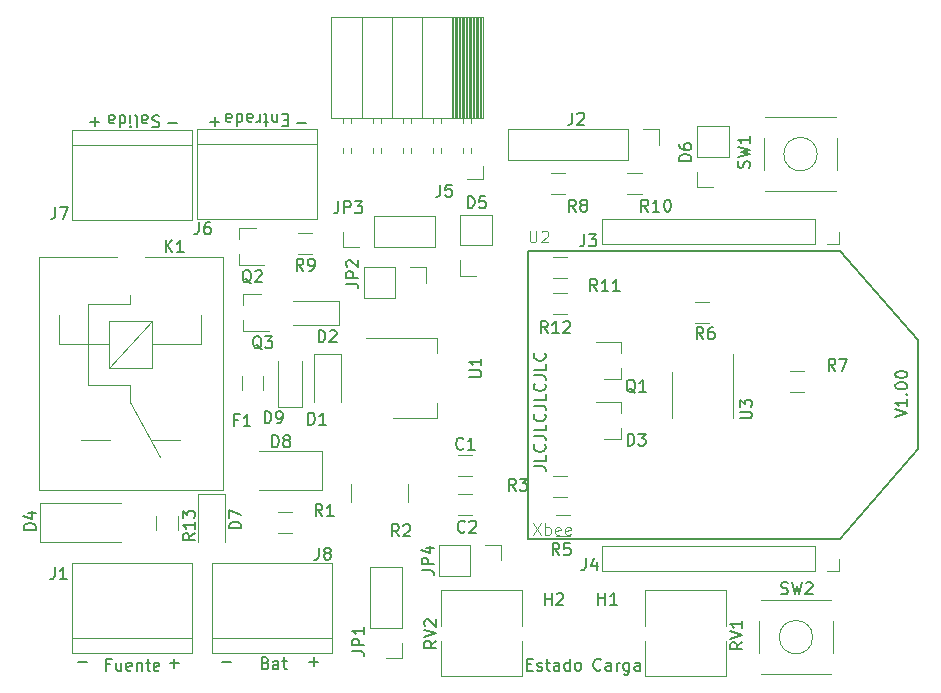
<source format=gto>
G04 #@! TF.GenerationSoftware,KiCad,Pcbnew,5.1.4-e60b266~84~ubuntu18.04.1*
G04 #@! TF.CreationDate,2019-11-01T15:12:37-03:00*
G04 #@! TF.ProjectId,Xbee,58626565-2e6b-4696-9361-645f70636258,rev?*
G04 #@! TF.SameCoordinates,Original*
G04 #@! TF.FileFunction,Legend,Top*
G04 #@! TF.FilePolarity,Positive*
%FSLAX46Y46*%
G04 Gerber Fmt 4.6, Leading zero omitted, Abs format (unit mm)*
G04 Created by KiCad (PCBNEW 5.1.4-e60b266~84~ubuntu18.04.1) date 2019-11-01 15:12:37*
%MOMM*%
%LPD*%
G04 APERTURE LIST*
%ADD10C,0.150000*%
%ADD11C,0.200000*%
%ADD12C,0.120000*%
%ADD13C,0.050000*%
G04 APERTURE END LIST*
D10*
X156678380Y-57118000D02*
X157678380Y-56784666D01*
X156678380Y-56451333D01*
X157678380Y-55594190D02*
X157678380Y-56165619D01*
X157678380Y-55879904D02*
X156678380Y-55879904D01*
X156821238Y-55975142D01*
X156916476Y-56070380D01*
X156964095Y-56165619D01*
X157583142Y-55165619D02*
X157630761Y-55118000D01*
X157678380Y-55165619D01*
X157630761Y-55213238D01*
X157583142Y-55165619D01*
X157678380Y-55165619D01*
X156678380Y-54498952D02*
X156678380Y-54403714D01*
X156726000Y-54308476D01*
X156773619Y-54260857D01*
X156868857Y-54213238D01*
X157059333Y-54165619D01*
X157297428Y-54165619D01*
X157487904Y-54213238D01*
X157583142Y-54260857D01*
X157630761Y-54308476D01*
X157678380Y-54403714D01*
X157678380Y-54498952D01*
X157630761Y-54594190D01*
X157583142Y-54641809D01*
X157487904Y-54689428D01*
X157297428Y-54737047D01*
X157059333Y-54737047D01*
X156868857Y-54689428D01*
X156773619Y-54641809D01*
X156726000Y-54594190D01*
X156678380Y-54498952D01*
X156678380Y-53546571D02*
X156678380Y-53451333D01*
X156726000Y-53356095D01*
X156773619Y-53308476D01*
X156868857Y-53260857D01*
X157059333Y-53213238D01*
X157297428Y-53213238D01*
X157487904Y-53260857D01*
X157583142Y-53308476D01*
X157630761Y-53356095D01*
X157678380Y-53451333D01*
X157678380Y-53546571D01*
X157630761Y-53641809D01*
X157583142Y-53689428D01*
X157487904Y-53737047D01*
X157297428Y-53784666D01*
X157059333Y-53784666D01*
X156868857Y-53737047D01*
X156773619Y-53689428D01*
X156726000Y-53641809D01*
X156678380Y-53546571D01*
X126071380Y-61261047D02*
X126785666Y-61261047D01*
X126928523Y-61308666D01*
X127023761Y-61403904D01*
X127071380Y-61546761D01*
X127071380Y-61642000D01*
X127071380Y-60308666D02*
X127071380Y-60784857D01*
X126071380Y-60784857D01*
X126976142Y-59403904D02*
X127023761Y-59451523D01*
X127071380Y-59594380D01*
X127071380Y-59689619D01*
X127023761Y-59832476D01*
X126928523Y-59927714D01*
X126833285Y-59975333D01*
X126642809Y-60022952D01*
X126499952Y-60022952D01*
X126309476Y-59975333D01*
X126214238Y-59927714D01*
X126119000Y-59832476D01*
X126071380Y-59689619D01*
X126071380Y-59594380D01*
X126119000Y-59451523D01*
X126166619Y-59403904D01*
X126071380Y-58689619D02*
X126785666Y-58689619D01*
X126928523Y-58737238D01*
X127023761Y-58832476D01*
X127071380Y-58975333D01*
X127071380Y-59070571D01*
X127071380Y-57737238D02*
X127071380Y-58213428D01*
X126071380Y-58213428D01*
X126976142Y-56832476D02*
X127023761Y-56880095D01*
X127071380Y-57022952D01*
X127071380Y-57118190D01*
X127023761Y-57261047D01*
X126928523Y-57356285D01*
X126833285Y-57403904D01*
X126642809Y-57451523D01*
X126499952Y-57451523D01*
X126309476Y-57403904D01*
X126214238Y-57356285D01*
X126119000Y-57261047D01*
X126071380Y-57118190D01*
X126071380Y-57022952D01*
X126119000Y-56880095D01*
X126166619Y-56832476D01*
X126071380Y-56118190D02*
X126785666Y-56118190D01*
X126928523Y-56165809D01*
X127023761Y-56261047D01*
X127071380Y-56403904D01*
X127071380Y-56499142D01*
X127071380Y-55165809D02*
X127071380Y-55642000D01*
X126071380Y-55642000D01*
X126976142Y-54261047D02*
X127023761Y-54308666D01*
X127071380Y-54451523D01*
X127071380Y-54546761D01*
X127023761Y-54689619D01*
X126928523Y-54784857D01*
X126833285Y-54832476D01*
X126642809Y-54880095D01*
X126499952Y-54880095D01*
X126309476Y-54832476D01*
X126214238Y-54784857D01*
X126119000Y-54689619D01*
X126071380Y-54546761D01*
X126071380Y-54451523D01*
X126119000Y-54308666D01*
X126166619Y-54261047D01*
X126071380Y-53546761D02*
X126785666Y-53546761D01*
X126928523Y-53594380D01*
X127023761Y-53689619D01*
X127071380Y-53832476D01*
X127071380Y-53927714D01*
X127071380Y-52594380D02*
X127071380Y-53070571D01*
X126071380Y-53070571D01*
X126976142Y-51689619D02*
X127023761Y-51737238D01*
X127071380Y-51880095D01*
X127071380Y-51975333D01*
X127023761Y-52118190D01*
X126928523Y-52213428D01*
X126833285Y-52261047D01*
X126642809Y-52308666D01*
X126499952Y-52308666D01*
X126309476Y-52261047D01*
X126214238Y-52213428D01*
X126119000Y-52118190D01*
X126071380Y-51975333D01*
X126071380Y-51880095D01*
X126119000Y-51737238D01*
X126166619Y-51689619D01*
X131738857Y-78462142D02*
X131691238Y-78509761D01*
X131548380Y-78557380D01*
X131453142Y-78557380D01*
X131310285Y-78509761D01*
X131215047Y-78414523D01*
X131167428Y-78319285D01*
X131119809Y-78128809D01*
X131119809Y-77985952D01*
X131167428Y-77795476D01*
X131215047Y-77700238D01*
X131310285Y-77605000D01*
X131453142Y-77557380D01*
X131548380Y-77557380D01*
X131691238Y-77605000D01*
X131738857Y-77652619D01*
X132596000Y-78557380D02*
X132596000Y-78033571D01*
X132548380Y-77938333D01*
X132453142Y-77890714D01*
X132262666Y-77890714D01*
X132167428Y-77938333D01*
X132596000Y-78509761D02*
X132500761Y-78557380D01*
X132262666Y-78557380D01*
X132167428Y-78509761D01*
X132119809Y-78414523D01*
X132119809Y-78319285D01*
X132167428Y-78224047D01*
X132262666Y-78176428D01*
X132500761Y-78176428D01*
X132596000Y-78128809D01*
X133072190Y-78557380D02*
X133072190Y-77890714D01*
X133072190Y-78081190D02*
X133119809Y-77985952D01*
X133167428Y-77938333D01*
X133262666Y-77890714D01*
X133357904Y-77890714D01*
X134119809Y-77890714D02*
X134119809Y-78700238D01*
X134072190Y-78795476D01*
X134024571Y-78843095D01*
X133929333Y-78890714D01*
X133786476Y-78890714D01*
X133691238Y-78843095D01*
X134119809Y-78509761D02*
X134024571Y-78557380D01*
X133834095Y-78557380D01*
X133738857Y-78509761D01*
X133691238Y-78462142D01*
X133643619Y-78366904D01*
X133643619Y-78081190D01*
X133691238Y-77985952D01*
X133738857Y-77938333D01*
X133834095Y-77890714D01*
X134024571Y-77890714D01*
X134119809Y-77938333D01*
X135024571Y-78557380D02*
X135024571Y-78033571D01*
X134976952Y-77938333D01*
X134881714Y-77890714D01*
X134691238Y-77890714D01*
X134596000Y-77938333D01*
X135024571Y-78509761D02*
X134929333Y-78557380D01*
X134691238Y-78557380D01*
X134596000Y-78509761D01*
X134548380Y-78414523D01*
X134548380Y-78319285D01*
X134596000Y-78224047D01*
X134691238Y-78176428D01*
X134929333Y-78176428D01*
X135024571Y-78128809D01*
X125500095Y-78033571D02*
X125833428Y-78033571D01*
X125976285Y-78557380D02*
X125500095Y-78557380D01*
X125500095Y-77557380D01*
X125976285Y-77557380D01*
X126357238Y-78509761D02*
X126452476Y-78557380D01*
X126642952Y-78557380D01*
X126738190Y-78509761D01*
X126785809Y-78414523D01*
X126785809Y-78366904D01*
X126738190Y-78271666D01*
X126642952Y-78224047D01*
X126500095Y-78224047D01*
X126404857Y-78176428D01*
X126357238Y-78081190D01*
X126357238Y-78033571D01*
X126404857Y-77938333D01*
X126500095Y-77890714D01*
X126642952Y-77890714D01*
X126738190Y-77938333D01*
X127071523Y-77890714D02*
X127452476Y-77890714D01*
X127214380Y-77557380D02*
X127214380Y-78414523D01*
X127262000Y-78509761D01*
X127357238Y-78557380D01*
X127452476Y-78557380D01*
X128214380Y-78557380D02*
X128214380Y-78033571D01*
X128166761Y-77938333D01*
X128071523Y-77890714D01*
X127881047Y-77890714D01*
X127785809Y-77938333D01*
X128214380Y-78509761D02*
X128119142Y-78557380D01*
X127881047Y-78557380D01*
X127785809Y-78509761D01*
X127738190Y-78414523D01*
X127738190Y-78319285D01*
X127785809Y-78224047D01*
X127881047Y-78176428D01*
X128119142Y-78176428D01*
X128214380Y-78128809D01*
X129119142Y-78557380D02*
X129119142Y-77557380D01*
X129119142Y-78509761D02*
X129023904Y-78557380D01*
X128833428Y-78557380D01*
X128738190Y-78509761D01*
X128690571Y-78462142D01*
X128642952Y-78366904D01*
X128642952Y-78081190D01*
X128690571Y-77985952D01*
X128738190Y-77938333D01*
X128833428Y-77890714D01*
X129023904Y-77890714D01*
X129119142Y-77938333D01*
X129738190Y-78557380D02*
X129642952Y-78509761D01*
X129595333Y-78462142D01*
X129547714Y-78366904D01*
X129547714Y-78081190D01*
X129595333Y-77985952D01*
X129642952Y-77938333D01*
X129738190Y-77890714D01*
X129881047Y-77890714D01*
X129976285Y-77938333D01*
X130023904Y-77985952D01*
X130071523Y-78081190D01*
X130071523Y-78366904D01*
X130023904Y-78462142D01*
X129976285Y-78509761D01*
X129881047Y-78557380D01*
X129738190Y-78557380D01*
X98679047Y-32075428D02*
X99440952Y-32075428D01*
X99060000Y-32456380D02*
X99060000Y-31694476D01*
X88519047Y-32075428D02*
X89280952Y-32075428D01*
X88900000Y-32456380D02*
X88900000Y-31694476D01*
X106045047Y-32202428D02*
X106806952Y-32202428D01*
X95123047Y-32202428D02*
X95884952Y-32202428D01*
X105235047Y-31948428D02*
X104901714Y-31948428D01*
X104758857Y-31424619D02*
X105235047Y-31424619D01*
X105235047Y-32424619D01*
X104758857Y-32424619D01*
X104330285Y-32091285D02*
X104330285Y-31424619D01*
X104330285Y-31996047D02*
X104282666Y-32043666D01*
X104187428Y-32091285D01*
X104044571Y-32091285D01*
X103949333Y-32043666D01*
X103901714Y-31948428D01*
X103901714Y-31424619D01*
X103568380Y-32091285D02*
X103187428Y-32091285D01*
X103425523Y-32424619D02*
X103425523Y-31567476D01*
X103377904Y-31472238D01*
X103282666Y-31424619D01*
X103187428Y-31424619D01*
X102854095Y-31424619D02*
X102854095Y-32091285D01*
X102854095Y-31900809D02*
X102806476Y-31996047D01*
X102758857Y-32043666D01*
X102663619Y-32091285D01*
X102568380Y-32091285D01*
X101806476Y-31424619D02*
X101806476Y-31948428D01*
X101854095Y-32043666D01*
X101949333Y-32091285D01*
X102139809Y-32091285D01*
X102235047Y-32043666D01*
X101806476Y-31472238D02*
X101901714Y-31424619D01*
X102139809Y-31424619D01*
X102235047Y-31472238D01*
X102282666Y-31567476D01*
X102282666Y-31662714D01*
X102235047Y-31757952D01*
X102139809Y-31805571D01*
X101901714Y-31805571D01*
X101806476Y-31853190D01*
X100901714Y-31424619D02*
X100901714Y-32424619D01*
X100901714Y-31472238D02*
X100996952Y-31424619D01*
X101187428Y-31424619D01*
X101282666Y-31472238D01*
X101330285Y-31519857D01*
X101377904Y-31615095D01*
X101377904Y-31900809D01*
X101330285Y-31996047D01*
X101282666Y-32043666D01*
X101187428Y-32091285D01*
X100996952Y-32091285D01*
X100901714Y-32043666D01*
X99996952Y-31424619D02*
X99996952Y-31948428D01*
X100044571Y-32043666D01*
X100139809Y-32091285D01*
X100330285Y-32091285D01*
X100425523Y-32043666D01*
X99996952Y-31472238D02*
X100092190Y-31424619D01*
X100330285Y-31424619D01*
X100425523Y-31472238D01*
X100473142Y-31567476D01*
X100473142Y-31662714D01*
X100425523Y-31757952D01*
X100330285Y-31805571D01*
X100092190Y-31805571D01*
X99996952Y-31853190D01*
X94344857Y-31599238D02*
X94202000Y-31551619D01*
X93963904Y-31551619D01*
X93868666Y-31599238D01*
X93821047Y-31646857D01*
X93773428Y-31742095D01*
X93773428Y-31837333D01*
X93821047Y-31932571D01*
X93868666Y-31980190D01*
X93963904Y-32027809D01*
X94154380Y-32075428D01*
X94249619Y-32123047D01*
X94297238Y-32170666D01*
X94344857Y-32265904D01*
X94344857Y-32361142D01*
X94297238Y-32456380D01*
X94249619Y-32504000D01*
X94154380Y-32551619D01*
X93916285Y-32551619D01*
X93773428Y-32504000D01*
X92916285Y-31551619D02*
X92916285Y-32075428D01*
X92963904Y-32170666D01*
X93059142Y-32218285D01*
X93249619Y-32218285D01*
X93344857Y-32170666D01*
X92916285Y-31599238D02*
X93011523Y-31551619D01*
X93249619Y-31551619D01*
X93344857Y-31599238D01*
X93392476Y-31694476D01*
X93392476Y-31789714D01*
X93344857Y-31884952D01*
X93249619Y-31932571D01*
X93011523Y-31932571D01*
X92916285Y-31980190D01*
X92297238Y-31551619D02*
X92392476Y-31599238D01*
X92440095Y-31694476D01*
X92440095Y-32551619D01*
X91916285Y-31551619D02*
X91916285Y-32218285D01*
X91916285Y-32551619D02*
X91963904Y-32504000D01*
X91916285Y-32456380D01*
X91868666Y-32504000D01*
X91916285Y-32551619D01*
X91916285Y-32456380D01*
X91011523Y-31551619D02*
X91011523Y-32551619D01*
X91011523Y-31599238D02*
X91106761Y-31551619D01*
X91297238Y-31551619D01*
X91392476Y-31599238D01*
X91440095Y-31646857D01*
X91487714Y-31742095D01*
X91487714Y-32027809D01*
X91440095Y-32123047D01*
X91392476Y-32170666D01*
X91297238Y-32218285D01*
X91106761Y-32218285D01*
X91011523Y-32170666D01*
X90106761Y-31551619D02*
X90106761Y-32075428D01*
X90154380Y-32170666D01*
X90249619Y-32218285D01*
X90440095Y-32218285D01*
X90535333Y-32170666D01*
X90106761Y-31599238D02*
X90202000Y-31551619D01*
X90440095Y-31551619D01*
X90535333Y-31599238D01*
X90582952Y-31694476D01*
X90582952Y-31789714D01*
X90535333Y-31884952D01*
X90440095Y-31932571D01*
X90202000Y-31932571D01*
X90106761Y-31980190D01*
X95250047Y-77922428D02*
X96011952Y-77922428D01*
X95631000Y-78303380D02*
X95631000Y-77541476D01*
X87503047Y-77795428D02*
X88264952Y-77795428D01*
X90170238Y-78033571D02*
X89836904Y-78033571D01*
X89836904Y-78557380D02*
X89836904Y-77557380D01*
X90313095Y-77557380D01*
X91122619Y-77890714D02*
X91122619Y-78557380D01*
X90694047Y-77890714D02*
X90694047Y-78414523D01*
X90741666Y-78509761D01*
X90836904Y-78557380D01*
X90979761Y-78557380D01*
X91075000Y-78509761D01*
X91122619Y-78462142D01*
X91979761Y-78509761D02*
X91884523Y-78557380D01*
X91694047Y-78557380D01*
X91598809Y-78509761D01*
X91551190Y-78414523D01*
X91551190Y-78033571D01*
X91598809Y-77938333D01*
X91694047Y-77890714D01*
X91884523Y-77890714D01*
X91979761Y-77938333D01*
X92027380Y-78033571D01*
X92027380Y-78128809D01*
X91551190Y-78224047D01*
X92455952Y-77890714D02*
X92455952Y-78557380D01*
X92455952Y-77985952D02*
X92503571Y-77938333D01*
X92598809Y-77890714D01*
X92741666Y-77890714D01*
X92836904Y-77938333D01*
X92884523Y-78033571D01*
X92884523Y-78557380D01*
X93217857Y-77890714D02*
X93598809Y-77890714D01*
X93360714Y-77557380D02*
X93360714Y-78414523D01*
X93408333Y-78509761D01*
X93503571Y-78557380D01*
X93598809Y-78557380D01*
X94313095Y-78509761D02*
X94217857Y-78557380D01*
X94027380Y-78557380D01*
X93932142Y-78509761D01*
X93884523Y-78414523D01*
X93884523Y-78033571D01*
X93932142Y-77938333D01*
X94027380Y-77890714D01*
X94217857Y-77890714D01*
X94313095Y-77938333D01*
X94360714Y-78033571D01*
X94360714Y-78128809D01*
X93884523Y-78224047D01*
X99695047Y-77795428D02*
X100456952Y-77795428D01*
X107061047Y-77795428D02*
X107822952Y-77795428D01*
X107442000Y-78176380D02*
X107442000Y-77414476D01*
X103346333Y-77906571D02*
X103489190Y-77954190D01*
X103536809Y-78001809D01*
X103584428Y-78097047D01*
X103584428Y-78239904D01*
X103536809Y-78335142D01*
X103489190Y-78382761D01*
X103393952Y-78430380D01*
X103013000Y-78430380D01*
X103013000Y-77430380D01*
X103346333Y-77430380D01*
X103441571Y-77478000D01*
X103489190Y-77525619D01*
X103536809Y-77620857D01*
X103536809Y-77716095D01*
X103489190Y-77811333D01*
X103441571Y-77858952D01*
X103346333Y-77906571D01*
X103013000Y-77906571D01*
X104441571Y-78430380D02*
X104441571Y-77906571D01*
X104393952Y-77811333D01*
X104298714Y-77763714D01*
X104108238Y-77763714D01*
X104013000Y-77811333D01*
X104441571Y-78382761D02*
X104346333Y-78430380D01*
X104108238Y-78430380D01*
X104013000Y-78382761D01*
X103965380Y-78287523D01*
X103965380Y-78192285D01*
X104013000Y-78097047D01*
X104108238Y-78049428D01*
X104346333Y-78049428D01*
X104441571Y-78001809D01*
X104774904Y-77763714D02*
X105155857Y-77763714D01*
X104917761Y-77430380D02*
X104917761Y-78287523D01*
X104965380Y-78382761D01*
X105060619Y-78430380D01*
X105155857Y-78430380D01*
D11*
X158556640Y-50590720D02*
X158556640Y-59790720D01*
X152026640Y-67380720D02*
X125616640Y-67380720D01*
X125616640Y-67380720D02*
X125616640Y-43000720D01*
X125616640Y-43000720D02*
X152026640Y-43000720D01*
X152026640Y-43000720D02*
X158556640Y-50590720D01*
X152026640Y-67380720D02*
X158556640Y-59790720D01*
D12*
X97169000Y-75815000D02*
X87009000Y-75815000D01*
X97169000Y-77085000D02*
X97169000Y-69465000D01*
X97169000Y-69465000D02*
X87009000Y-69465000D01*
X87009000Y-69465000D02*
X87009000Y-77085000D01*
X87009000Y-77085000D02*
X97169000Y-77085000D01*
X142358000Y-78998000D02*
X135518000Y-78998000D01*
X142358000Y-71758000D02*
X135518000Y-71758000D01*
X135518000Y-76088000D02*
X135518000Y-78998000D01*
X135518000Y-71758000D02*
X135518000Y-74788000D01*
X142358000Y-76088000D02*
X142358000Y-78998000D01*
X142358000Y-71758000D02*
X142358000Y-74788000D01*
X121726000Y-35814000D02*
X121726000Y-36924000D01*
X121726000Y-36924000D02*
X120396000Y-36924000D01*
X121726000Y-23184000D02*
X108906000Y-23184000D01*
X108906000Y-23184000D02*
X108906000Y-31814000D01*
X121726000Y-31814000D02*
X108906000Y-31814000D01*
X121726000Y-23184000D02*
X121726000Y-31814000D01*
X111506000Y-23184000D02*
X111506000Y-31814000D01*
X114046000Y-23184000D02*
X114046000Y-31814000D01*
X116586000Y-23184000D02*
X116586000Y-31814000D01*
X119126000Y-23184000D02*
X119126000Y-31814000D01*
X109876000Y-34324000D02*
X109876000Y-34764000D01*
X109876000Y-31814000D02*
X109876000Y-32224000D01*
X110596000Y-34324000D02*
X110596000Y-34764000D01*
X110596000Y-31814000D02*
X110596000Y-32224000D01*
X112416000Y-34324000D02*
X112416000Y-34764000D01*
X112416000Y-31814000D02*
X112416000Y-32224000D01*
X113136000Y-34324000D02*
X113136000Y-34764000D01*
X113136000Y-31814000D02*
X113136000Y-32224000D01*
X114956000Y-34324000D02*
X114956000Y-34764000D01*
X114956000Y-31814000D02*
X114956000Y-32224000D01*
X115676000Y-34324000D02*
X115676000Y-34764000D01*
X115676000Y-31814000D02*
X115676000Y-32224000D01*
X117496000Y-34324000D02*
X117496000Y-34764000D01*
X117496000Y-31814000D02*
X117496000Y-32224000D01*
X118216000Y-34324000D02*
X118216000Y-34764000D01*
X118216000Y-31814000D02*
X118216000Y-32224000D01*
X120036000Y-34324000D02*
X120036000Y-34704000D01*
X120036000Y-31814000D02*
X120036000Y-32224000D01*
X120756000Y-34324000D02*
X120756000Y-34704000D01*
X120756000Y-31814000D02*
X120756000Y-32224000D01*
X119244100Y-23184000D02*
X119244100Y-31814000D01*
X119362195Y-23184000D02*
X119362195Y-31814000D01*
X119480290Y-23184000D02*
X119480290Y-31814000D01*
X119598385Y-23184000D02*
X119598385Y-31814000D01*
X119716480Y-23184000D02*
X119716480Y-31814000D01*
X119834575Y-23184000D02*
X119834575Y-31814000D01*
X119952670Y-23184000D02*
X119952670Y-31814000D01*
X120070765Y-23184000D02*
X120070765Y-31814000D01*
X120188860Y-23184000D02*
X120188860Y-31814000D01*
X120306955Y-23184000D02*
X120306955Y-31814000D01*
X120425050Y-23184000D02*
X120425050Y-31814000D01*
X120543145Y-23184000D02*
X120543145Y-31814000D01*
X120661240Y-23184000D02*
X120661240Y-31814000D01*
X120779335Y-23184000D02*
X120779335Y-31814000D01*
X120897430Y-23184000D02*
X120897430Y-31814000D01*
X121015525Y-23184000D02*
X121015525Y-31814000D01*
X121133620Y-23184000D02*
X121133620Y-31814000D01*
X121251715Y-23184000D02*
X121251715Y-31814000D01*
X121369810Y-23184000D02*
X121369810Y-31814000D01*
X121487905Y-23184000D02*
X121487905Y-31814000D01*
X121606000Y-23184000D02*
X121606000Y-31814000D01*
X108175000Y-63245000D02*
X102775000Y-63245000D01*
X108175000Y-59945000D02*
X102775000Y-59945000D01*
X108175000Y-63245000D02*
X108175000Y-59945000D01*
X84246000Y-64390000D02*
X91146000Y-64390000D01*
X84246000Y-67690000D02*
X91146000Y-67690000D01*
X84246000Y-64390000D02*
X84246000Y-67690000D01*
X119666936Y-65426000D02*
X120871064Y-65426000D01*
X119666936Y-63606000D02*
X120871064Y-63606000D01*
X119666936Y-62124000D02*
X120871064Y-62124000D01*
X119666936Y-60304000D02*
X120871064Y-60304000D01*
X125086000Y-78998000D02*
X118246000Y-78998000D01*
X125086000Y-71758000D02*
X118246000Y-71758000D01*
X118246000Y-76088000D02*
X118246000Y-78998000D01*
X118246000Y-71758000D02*
X118246000Y-74788000D01*
X125086000Y-76088000D02*
X125086000Y-78998000D01*
X125086000Y-71758000D02*
X125086000Y-74788000D01*
X94086000Y-65437936D02*
X94086000Y-66642064D01*
X95906000Y-65437936D02*
X95906000Y-66642064D01*
X128872064Y-46588000D02*
X127667936Y-46588000D01*
X128872064Y-48408000D02*
X127667936Y-48408000D01*
X128872064Y-43540000D02*
X127667936Y-43540000D01*
X128872064Y-45360000D02*
X127667936Y-45360000D01*
X105594564Y-65130000D02*
X104390436Y-65130000D01*
X105594564Y-66950000D02*
X104390436Y-66950000D01*
X97671000Y-63580000D02*
X97671000Y-67640000D01*
X99941000Y-63580000D02*
X97671000Y-63580000D01*
X99941000Y-67640000D02*
X99941000Y-63580000D01*
X107450000Y-51732500D02*
X107450000Y-55792500D01*
X109720000Y-51732500D02*
X107450000Y-51732500D01*
X109720000Y-55792500D02*
X109720000Y-51732500D01*
X147733936Y-55012000D02*
X148938064Y-55012000D01*
X147733936Y-53192000D02*
X148938064Y-53192000D01*
X139732936Y-49170000D02*
X140937064Y-49170000D01*
X139732936Y-47350000D02*
X140937064Y-47350000D01*
X145141000Y-77068000D02*
X145141000Y-74388000D01*
X151381000Y-74388000D02*
X151381000Y-77068000D01*
X151231000Y-78848000D02*
X145291000Y-78848000D01*
X151231000Y-72608000D02*
X145291000Y-72608000D01*
X149675214Y-75728000D02*
G75*
G03X149675214Y-75728000I-1414214J0D01*
G01*
X150056214Y-34834000D02*
G75*
G03X150056214Y-34834000I-1414214J0D01*
G01*
X151612000Y-31714000D02*
X145672000Y-31714000D01*
X151612000Y-37954000D02*
X145672000Y-37954000D01*
X151762000Y-33494000D02*
X151762000Y-36174000D01*
X145522000Y-36174000D02*
X145522000Y-33494000D01*
X121158000Y-45145000D02*
X119828000Y-45145000D01*
X119828000Y-45145000D02*
X119828000Y-43815000D01*
X119828000Y-42545000D02*
X119828000Y-39945000D01*
X122488000Y-39945000D02*
X119828000Y-39945000D01*
X122488000Y-42545000D02*
X122488000Y-39945000D01*
X122488000Y-42545000D02*
X119828000Y-42545000D01*
X109565000Y-49260000D02*
X105665000Y-49260000D01*
X109565000Y-47260000D02*
X105665000Y-47260000D01*
X109565000Y-49260000D02*
X109565000Y-47260000D01*
X101325000Y-53590436D02*
X101325000Y-54794564D01*
X103145000Y-53590436D02*
X103145000Y-54794564D01*
X110620000Y-62722936D02*
X110620000Y-64277064D01*
X115440000Y-62722936D02*
X115440000Y-64277064D01*
X151934000Y-69088000D02*
X151934000Y-70148000D01*
X151934000Y-70148000D02*
X150874000Y-70148000D01*
X149874000Y-70148000D02*
X131814000Y-70148000D01*
X131814000Y-68028000D02*
X131814000Y-70148000D01*
X149874000Y-68028000D02*
X131814000Y-68028000D01*
X149874000Y-68028000D02*
X149874000Y-70148000D01*
X151936000Y-41402000D02*
X151936000Y-42462000D01*
X151936000Y-42462000D02*
X150876000Y-42462000D01*
X149876000Y-42462000D02*
X131816000Y-42462000D01*
X131816000Y-40342000D02*
X131816000Y-42462000D01*
X149876000Y-40342000D02*
X131816000Y-40342000D01*
X149876000Y-40342000D02*
X149876000Y-42462000D01*
X101475000Y-46680000D02*
X102935000Y-46680000D01*
X101475000Y-49840000D02*
X103635000Y-49840000D01*
X101475000Y-49840000D02*
X101475000Y-48910000D01*
X101475000Y-46680000D02*
X101475000Y-47610000D01*
X104410000Y-56225000D02*
X104410000Y-52325000D01*
X106410000Y-56225000D02*
X106410000Y-52325000D01*
X104410000Y-56225000D02*
X106410000Y-56225000D01*
X98809000Y-77110000D02*
X108969000Y-77110000D01*
X98809000Y-69490000D02*
X98809000Y-77110000D01*
X108969000Y-69490000D02*
X98809000Y-69490000D01*
X108969000Y-77110000D02*
X108969000Y-69490000D01*
X108969000Y-75840000D02*
X98809000Y-75840000D01*
X111894000Y-50381000D02*
X117904000Y-50381000D01*
X114144000Y-57201000D02*
X117904000Y-57201000D01*
X117904000Y-50381000D02*
X117904000Y-51641000D01*
X117904000Y-57201000D02*
X117904000Y-55941000D01*
X90098000Y-52950000D02*
X90098000Y-48950000D01*
X93698000Y-52950000D02*
X90098000Y-52950000D01*
X93698000Y-48950000D02*
X93698000Y-52950000D01*
X90098000Y-48950000D02*
X93698000Y-48950000D01*
X90098000Y-52950000D02*
X93698000Y-48950000D01*
X90098000Y-50950000D02*
X85898000Y-50950000D01*
X97898000Y-50950000D02*
X93698000Y-50950000D01*
X91898000Y-47550000D02*
X88298000Y-47550000D01*
X91898000Y-54350000D02*
X88298000Y-54350000D01*
X88298000Y-54350000D02*
X88298000Y-47550000D01*
X91898000Y-55850000D02*
X94398000Y-60450000D01*
X91898000Y-54350000D02*
X91898000Y-55850000D01*
X97898000Y-50950000D02*
X97898000Y-48450000D01*
X91898000Y-47550000D02*
X91898000Y-46750000D01*
X85898000Y-48450000D02*
X85898000Y-50950000D01*
X96148000Y-59050000D02*
X93648000Y-59050000D01*
X87748000Y-59050000D02*
X90198000Y-59050000D01*
X84148000Y-63300000D02*
X84148000Y-43500000D01*
X99748000Y-63300000D02*
X84148000Y-63300000D01*
X99748000Y-43500000D02*
X99748000Y-63300000D01*
X99748000Y-43500000D02*
X93148000Y-43500000D01*
X90748000Y-43500000D02*
X84148000Y-43500000D01*
X101094000Y-41092000D02*
X102554000Y-41092000D01*
X101094000Y-44252000D02*
X103254000Y-44252000D01*
X101094000Y-44252000D02*
X101094000Y-43322000D01*
X101094000Y-41092000D02*
X101094000Y-42022000D01*
X133475000Y-53904000D02*
X132015000Y-53904000D01*
X133475000Y-50744000D02*
X131315000Y-50744000D01*
X133475000Y-50744000D02*
X133475000Y-51674000D01*
X133475000Y-53904000D02*
X133475000Y-52974000D01*
X133475000Y-58984000D02*
X132015000Y-58984000D01*
X133475000Y-55824000D02*
X131315000Y-55824000D01*
X133475000Y-55824000D02*
X133475000Y-56754000D01*
X133475000Y-58984000D02*
X133475000Y-58054000D01*
X142895000Y-55245000D02*
X142895000Y-51795000D01*
X142895000Y-55245000D02*
X142895000Y-57195000D01*
X137775000Y-55245000D02*
X137775000Y-53295000D01*
X137775000Y-55245000D02*
X137775000Y-57195000D01*
X141224000Y-37652000D02*
X139894000Y-37652000D01*
X139894000Y-37652000D02*
X139894000Y-36322000D01*
X139894000Y-35052000D02*
X139894000Y-32452000D01*
X142554000Y-32452000D02*
X139894000Y-32452000D01*
X142554000Y-35052000D02*
X142554000Y-32452000D01*
X142554000Y-35052000D02*
X139894000Y-35052000D01*
X123847000Y-32706000D02*
X123847000Y-35366000D01*
X134067000Y-32706000D02*
X123847000Y-32706000D01*
X134067000Y-35366000D02*
X123847000Y-35366000D01*
X134067000Y-32706000D02*
X134067000Y-35366000D01*
X135337000Y-32706000D02*
X136667000Y-32706000D01*
X136667000Y-32706000D02*
X136667000Y-34036000D01*
X97535000Y-34010000D02*
X107695000Y-34010000D01*
X97535000Y-32740000D02*
X97535000Y-40360000D01*
X97535000Y-40360000D02*
X107695000Y-40360000D01*
X107695000Y-40360000D02*
X107695000Y-32740000D01*
X107695000Y-32740000D02*
X97535000Y-32740000D01*
X97155000Y-32766000D02*
X86995000Y-32766000D01*
X97155000Y-40386000D02*
X97155000Y-32766000D01*
X86995000Y-40386000D02*
X97155000Y-40386000D01*
X86995000Y-32766000D02*
X86995000Y-40386000D01*
X86995000Y-34036000D02*
X97155000Y-34036000D01*
X114868000Y-77530000D02*
X113538000Y-77530000D01*
X114868000Y-76200000D02*
X114868000Y-77530000D01*
X114868000Y-74930000D02*
X112208000Y-74930000D01*
X112208000Y-74930000D02*
X112208000Y-69790000D01*
X114868000Y-74930000D02*
X114868000Y-69790000D01*
X114868000Y-69790000D02*
X112208000Y-69790000D01*
X116900000Y-44390000D02*
X116900000Y-45720000D01*
X115570000Y-44390000D02*
X116900000Y-44390000D01*
X114300000Y-44390000D02*
X114300000Y-47050000D01*
X114300000Y-47050000D02*
X111700000Y-47050000D01*
X114300000Y-44390000D02*
X111700000Y-44390000D01*
X111700000Y-44390000D02*
X111700000Y-47050000D01*
X117662000Y-42732000D02*
X117662000Y-40072000D01*
X112522000Y-42732000D02*
X117662000Y-42732000D01*
X112522000Y-40072000D02*
X117662000Y-40072000D01*
X112522000Y-42732000D02*
X112522000Y-40072000D01*
X111252000Y-42732000D02*
X109922000Y-42732000D01*
X109922000Y-42732000D02*
X109922000Y-41402000D01*
X118050000Y-67885000D02*
X118050000Y-70545000D01*
X120650000Y-67885000D02*
X118050000Y-67885000D01*
X120650000Y-70545000D02*
X118050000Y-70545000D01*
X120650000Y-67885000D02*
X120650000Y-70545000D01*
X121920000Y-67885000D02*
X123250000Y-67885000D01*
X123250000Y-67885000D02*
X123250000Y-69215000D01*
X128872064Y-63902000D02*
X127667936Y-63902000D01*
X128872064Y-62082000D02*
X127667936Y-62082000D01*
X129126064Y-65384000D02*
X127921936Y-65384000D01*
X129126064Y-67204000D02*
X127921936Y-67204000D01*
X128745064Y-36428000D02*
X127540936Y-36428000D01*
X128745064Y-38248000D02*
X127540936Y-38248000D01*
X107318564Y-43328000D02*
X106114436Y-43328000D01*
X107318564Y-41508000D02*
X106114436Y-41508000D01*
X135185564Y-38248000D02*
X133981436Y-38248000D01*
X135185564Y-36428000D02*
X133981436Y-36428000D01*
D13*
X125718790Y-41307421D02*
X125718790Y-42117949D01*
X125766468Y-42213305D01*
X125814146Y-42260983D01*
X125909502Y-42308661D01*
X126100215Y-42308661D01*
X126195571Y-42260983D01*
X126243249Y-42213305D01*
X126290927Y-42117949D01*
X126290927Y-41307421D01*
X126720030Y-41402778D02*
X126767708Y-41355100D01*
X126863064Y-41307421D01*
X127101455Y-41307421D01*
X127196811Y-41355100D01*
X127244489Y-41402778D01*
X127292167Y-41498134D01*
X127292167Y-41593490D01*
X127244489Y-41736524D01*
X126672352Y-42308661D01*
X127292167Y-42308661D01*
X125979647Y-66072389D02*
X126647180Y-67073689D01*
X126647180Y-66072389D02*
X125979647Y-67073689D01*
X127028628Y-67073689D02*
X127028628Y-66072389D01*
X127028628Y-66453836D02*
X127123990Y-66406155D01*
X127314713Y-66406155D01*
X127410075Y-66453836D01*
X127457756Y-66501517D01*
X127505437Y-66596879D01*
X127505437Y-66882965D01*
X127457756Y-66978327D01*
X127410075Y-67026008D01*
X127314713Y-67073689D01*
X127123990Y-67073689D01*
X127028628Y-67026008D01*
X128316013Y-67026008D02*
X128220651Y-67073689D01*
X128029928Y-67073689D01*
X127934566Y-67026008D01*
X127886885Y-66930646D01*
X127886885Y-66549198D01*
X127934566Y-66453836D01*
X128029928Y-66406155D01*
X128220651Y-66406155D01*
X128316013Y-66453836D01*
X128363694Y-66549198D01*
X128363694Y-66644560D01*
X127886885Y-66739922D01*
X129174270Y-67026008D02*
X129078909Y-67073689D01*
X128888185Y-67073689D01*
X128792823Y-67026008D01*
X128745142Y-66930646D01*
X128745142Y-66549198D01*
X128792823Y-66453836D01*
X128888185Y-66406155D01*
X129078909Y-66406155D01*
X129174270Y-66453836D01*
X129221951Y-66549198D01*
X129221951Y-66644560D01*
X128745142Y-66739922D01*
D10*
X85518666Y-69810380D02*
X85518666Y-70524666D01*
X85471047Y-70667523D01*
X85375809Y-70762761D01*
X85232952Y-70810380D01*
X85137714Y-70810380D01*
X86518666Y-70810380D02*
X85947238Y-70810380D01*
X86232952Y-70810380D02*
X86232952Y-69810380D01*
X86137714Y-69953238D01*
X86042476Y-70048476D01*
X85947238Y-70096095D01*
X143708380Y-76160238D02*
X143232190Y-76493571D01*
X143708380Y-76731666D02*
X142708380Y-76731666D01*
X142708380Y-76350714D01*
X142756000Y-76255476D01*
X142803619Y-76207857D01*
X142898857Y-76160238D01*
X143041714Y-76160238D01*
X143136952Y-76207857D01*
X143184571Y-76255476D01*
X143232190Y-76350714D01*
X143232190Y-76731666D01*
X142708380Y-75874523D02*
X143708380Y-75541190D01*
X142708380Y-75207857D01*
X143708380Y-74350714D02*
X143708380Y-74922142D01*
X143708380Y-74636428D02*
X142708380Y-74636428D01*
X142851238Y-74731666D01*
X142946476Y-74826904D01*
X142994095Y-74922142D01*
X118157666Y-37425380D02*
X118157666Y-38139666D01*
X118110047Y-38282523D01*
X118014809Y-38377761D01*
X117871952Y-38425380D01*
X117776714Y-38425380D01*
X119110047Y-37425380D02*
X118633857Y-37425380D01*
X118586238Y-37901571D01*
X118633857Y-37853952D01*
X118729095Y-37806333D01*
X118967190Y-37806333D01*
X119062428Y-37853952D01*
X119110047Y-37901571D01*
X119157666Y-37996809D01*
X119157666Y-38234904D01*
X119110047Y-38330142D01*
X119062428Y-38377761D01*
X118967190Y-38425380D01*
X118729095Y-38425380D01*
X118633857Y-38377761D01*
X118586238Y-38330142D01*
X103909904Y-59634380D02*
X103909904Y-58634380D01*
X104148000Y-58634380D01*
X104290857Y-58682000D01*
X104386095Y-58777238D01*
X104433714Y-58872476D01*
X104481333Y-59062952D01*
X104481333Y-59205809D01*
X104433714Y-59396285D01*
X104386095Y-59491523D01*
X104290857Y-59586761D01*
X104148000Y-59634380D01*
X103909904Y-59634380D01*
X105052761Y-59062952D02*
X104957523Y-59015333D01*
X104909904Y-58967714D01*
X104862285Y-58872476D01*
X104862285Y-58824857D01*
X104909904Y-58729619D01*
X104957523Y-58682000D01*
X105052761Y-58634380D01*
X105243238Y-58634380D01*
X105338476Y-58682000D01*
X105386095Y-58729619D01*
X105433714Y-58824857D01*
X105433714Y-58872476D01*
X105386095Y-58967714D01*
X105338476Y-59015333D01*
X105243238Y-59062952D01*
X105052761Y-59062952D01*
X104957523Y-59110571D01*
X104909904Y-59158190D01*
X104862285Y-59253428D01*
X104862285Y-59443904D01*
X104909904Y-59539142D01*
X104957523Y-59586761D01*
X105052761Y-59634380D01*
X105243238Y-59634380D01*
X105338476Y-59586761D01*
X105386095Y-59539142D01*
X105433714Y-59443904D01*
X105433714Y-59253428D01*
X105386095Y-59158190D01*
X105338476Y-59110571D01*
X105243238Y-59062952D01*
X83891380Y-66651095D02*
X82891380Y-66651095D01*
X82891380Y-66413000D01*
X82939000Y-66270142D01*
X83034238Y-66174904D01*
X83129476Y-66127285D01*
X83319952Y-66079666D01*
X83462809Y-66079666D01*
X83653285Y-66127285D01*
X83748523Y-66174904D01*
X83843761Y-66270142D01*
X83891380Y-66413000D01*
X83891380Y-66651095D01*
X83224714Y-65222523D02*
X83891380Y-65222523D01*
X82843761Y-65460619D02*
X83558047Y-65698714D01*
X83558047Y-65079666D01*
X120229333Y-66778142D02*
X120181714Y-66825761D01*
X120038857Y-66873380D01*
X119943619Y-66873380D01*
X119800761Y-66825761D01*
X119705523Y-66730523D01*
X119657904Y-66635285D01*
X119610285Y-66444809D01*
X119610285Y-66301952D01*
X119657904Y-66111476D01*
X119705523Y-66016238D01*
X119800761Y-65921000D01*
X119943619Y-65873380D01*
X120038857Y-65873380D01*
X120181714Y-65921000D01*
X120229333Y-65968619D01*
X120610285Y-65968619D02*
X120657904Y-65921000D01*
X120753142Y-65873380D01*
X120991238Y-65873380D01*
X121086476Y-65921000D01*
X121134095Y-65968619D01*
X121181714Y-66063857D01*
X121181714Y-66159095D01*
X121134095Y-66301952D01*
X120562666Y-66873380D01*
X121181714Y-66873380D01*
X120102333Y-59751142D02*
X120054714Y-59798761D01*
X119911857Y-59846380D01*
X119816619Y-59846380D01*
X119673761Y-59798761D01*
X119578523Y-59703523D01*
X119530904Y-59608285D01*
X119483285Y-59417809D01*
X119483285Y-59274952D01*
X119530904Y-59084476D01*
X119578523Y-58989238D01*
X119673761Y-58894000D01*
X119816619Y-58846380D01*
X119911857Y-58846380D01*
X120054714Y-58894000D01*
X120102333Y-58941619D01*
X121054714Y-59846380D02*
X120483285Y-59846380D01*
X120769000Y-59846380D02*
X120769000Y-58846380D01*
X120673761Y-58989238D01*
X120578523Y-59084476D01*
X120483285Y-59132095D01*
X117800380Y-76033238D02*
X117324190Y-76366571D01*
X117800380Y-76604666D02*
X116800380Y-76604666D01*
X116800380Y-76223714D01*
X116848000Y-76128476D01*
X116895619Y-76080857D01*
X116990857Y-76033238D01*
X117133714Y-76033238D01*
X117228952Y-76080857D01*
X117276571Y-76128476D01*
X117324190Y-76223714D01*
X117324190Y-76604666D01*
X116800380Y-75747523D02*
X117800380Y-75414190D01*
X116800380Y-75080857D01*
X116895619Y-74795142D02*
X116848000Y-74747523D01*
X116800380Y-74652285D01*
X116800380Y-74414190D01*
X116848000Y-74318952D01*
X116895619Y-74271333D01*
X116990857Y-74223714D01*
X117086095Y-74223714D01*
X117228952Y-74271333D01*
X117800380Y-74842761D01*
X117800380Y-74223714D01*
X97353380Y-66936857D02*
X96877190Y-67270190D01*
X97353380Y-67508285D02*
X96353380Y-67508285D01*
X96353380Y-67127333D01*
X96401000Y-67032095D01*
X96448619Y-66984476D01*
X96543857Y-66936857D01*
X96686714Y-66936857D01*
X96781952Y-66984476D01*
X96829571Y-67032095D01*
X96877190Y-67127333D01*
X96877190Y-67508285D01*
X97353380Y-65984476D02*
X97353380Y-66555904D01*
X97353380Y-66270190D02*
X96353380Y-66270190D01*
X96496238Y-66365428D01*
X96591476Y-66460666D01*
X96639095Y-66555904D01*
X96353380Y-65651142D02*
X96353380Y-65032095D01*
X96734333Y-65365428D01*
X96734333Y-65222571D01*
X96781952Y-65127333D01*
X96829571Y-65079714D01*
X96924809Y-65032095D01*
X97162904Y-65032095D01*
X97258142Y-65079714D01*
X97305761Y-65127333D01*
X97353380Y-65222571D01*
X97353380Y-65508285D01*
X97305761Y-65603523D01*
X97258142Y-65651142D01*
X127246142Y-49982380D02*
X126912809Y-49506190D01*
X126674714Y-49982380D02*
X126674714Y-48982380D01*
X127055666Y-48982380D01*
X127150904Y-49030000D01*
X127198523Y-49077619D01*
X127246142Y-49172857D01*
X127246142Y-49315714D01*
X127198523Y-49410952D01*
X127150904Y-49458571D01*
X127055666Y-49506190D01*
X126674714Y-49506190D01*
X128198523Y-49982380D02*
X127627095Y-49982380D01*
X127912809Y-49982380D02*
X127912809Y-48982380D01*
X127817571Y-49125238D01*
X127722333Y-49220476D01*
X127627095Y-49268095D01*
X128579476Y-49077619D02*
X128627095Y-49030000D01*
X128722333Y-48982380D01*
X128960428Y-48982380D01*
X129055666Y-49030000D01*
X129103285Y-49077619D01*
X129150904Y-49172857D01*
X129150904Y-49268095D01*
X129103285Y-49410952D01*
X128531857Y-49982380D01*
X129150904Y-49982380D01*
X131437142Y-46426380D02*
X131103809Y-45950190D01*
X130865714Y-46426380D02*
X130865714Y-45426380D01*
X131246666Y-45426380D01*
X131341904Y-45474000D01*
X131389523Y-45521619D01*
X131437142Y-45616857D01*
X131437142Y-45759714D01*
X131389523Y-45854952D01*
X131341904Y-45902571D01*
X131246666Y-45950190D01*
X130865714Y-45950190D01*
X132389523Y-46426380D02*
X131818095Y-46426380D01*
X132103809Y-46426380D02*
X132103809Y-45426380D01*
X132008571Y-45569238D01*
X131913333Y-45664476D01*
X131818095Y-45712095D01*
X133341904Y-46426380D02*
X132770476Y-46426380D01*
X133056190Y-46426380D02*
X133056190Y-45426380D01*
X132960952Y-45569238D01*
X132865714Y-45664476D01*
X132770476Y-45712095D01*
X108164333Y-65476380D02*
X107831000Y-65000190D01*
X107592904Y-65476380D02*
X107592904Y-64476380D01*
X107973857Y-64476380D01*
X108069095Y-64524000D01*
X108116714Y-64571619D01*
X108164333Y-64666857D01*
X108164333Y-64809714D01*
X108116714Y-64904952D01*
X108069095Y-64952571D01*
X107973857Y-65000190D01*
X107592904Y-65000190D01*
X109116714Y-65476380D02*
X108545285Y-65476380D01*
X108831000Y-65476380D02*
X108831000Y-64476380D01*
X108735761Y-64619238D01*
X108640523Y-64714476D01*
X108545285Y-64762095D01*
X101290380Y-66524095D02*
X100290380Y-66524095D01*
X100290380Y-66286000D01*
X100338000Y-66143142D01*
X100433238Y-66047904D01*
X100528476Y-66000285D01*
X100718952Y-65952666D01*
X100861809Y-65952666D01*
X101052285Y-66000285D01*
X101147523Y-66047904D01*
X101242761Y-66143142D01*
X101290380Y-66286000D01*
X101290380Y-66524095D01*
X100290380Y-65619333D02*
X100290380Y-64952666D01*
X101290380Y-65381238D01*
X106957904Y-57729380D02*
X106957904Y-56729380D01*
X107196000Y-56729380D01*
X107338857Y-56777000D01*
X107434095Y-56872238D01*
X107481714Y-56967476D01*
X107529333Y-57157952D01*
X107529333Y-57300809D01*
X107481714Y-57491285D01*
X107434095Y-57586523D01*
X107338857Y-57681761D01*
X107196000Y-57729380D01*
X106957904Y-57729380D01*
X108481714Y-57729380D02*
X107910285Y-57729380D01*
X108196000Y-57729380D02*
X108196000Y-56729380D01*
X108100761Y-56872238D01*
X108005523Y-56967476D01*
X107910285Y-57015095D01*
X151598333Y-53157380D02*
X151265000Y-52681190D01*
X151026904Y-53157380D02*
X151026904Y-52157380D01*
X151407857Y-52157380D01*
X151503095Y-52205000D01*
X151550714Y-52252619D01*
X151598333Y-52347857D01*
X151598333Y-52490714D01*
X151550714Y-52585952D01*
X151503095Y-52633571D01*
X151407857Y-52681190D01*
X151026904Y-52681190D01*
X151931666Y-52157380D02*
X152598333Y-52157380D01*
X152169761Y-53157380D01*
X140422333Y-50490380D02*
X140089000Y-50014190D01*
X139850904Y-50490380D02*
X139850904Y-49490380D01*
X140231857Y-49490380D01*
X140327095Y-49538000D01*
X140374714Y-49585619D01*
X140422333Y-49680857D01*
X140422333Y-49823714D01*
X140374714Y-49918952D01*
X140327095Y-49966571D01*
X140231857Y-50014190D01*
X139850904Y-50014190D01*
X141279476Y-49490380D02*
X141089000Y-49490380D01*
X140993761Y-49538000D01*
X140946142Y-49585619D01*
X140850904Y-49728476D01*
X140803285Y-49918952D01*
X140803285Y-50299904D01*
X140850904Y-50395142D01*
X140898523Y-50442761D01*
X140993761Y-50490380D01*
X141184238Y-50490380D01*
X141279476Y-50442761D01*
X141327095Y-50395142D01*
X141374714Y-50299904D01*
X141374714Y-50061809D01*
X141327095Y-49966571D01*
X141279476Y-49918952D01*
X141184238Y-49871333D01*
X140993761Y-49871333D01*
X140898523Y-49918952D01*
X140850904Y-49966571D01*
X140803285Y-50061809D01*
X147002666Y-72032761D02*
X147145523Y-72080380D01*
X147383619Y-72080380D01*
X147478857Y-72032761D01*
X147526476Y-71985142D01*
X147574095Y-71889904D01*
X147574095Y-71794666D01*
X147526476Y-71699428D01*
X147478857Y-71651809D01*
X147383619Y-71604190D01*
X147193142Y-71556571D01*
X147097904Y-71508952D01*
X147050285Y-71461333D01*
X147002666Y-71366095D01*
X147002666Y-71270857D01*
X147050285Y-71175619D01*
X147097904Y-71128000D01*
X147193142Y-71080380D01*
X147431238Y-71080380D01*
X147574095Y-71128000D01*
X147907428Y-71080380D02*
X148145523Y-72080380D01*
X148336000Y-71366095D01*
X148526476Y-72080380D01*
X148764571Y-71080380D01*
X149097904Y-71175619D02*
X149145523Y-71128000D01*
X149240761Y-71080380D01*
X149478857Y-71080380D01*
X149574095Y-71128000D01*
X149621714Y-71175619D01*
X149669333Y-71270857D01*
X149669333Y-71366095D01*
X149621714Y-71508952D01*
X149050285Y-72080380D01*
X149669333Y-72080380D01*
X144295761Y-36004333D02*
X144343380Y-35861476D01*
X144343380Y-35623380D01*
X144295761Y-35528142D01*
X144248142Y-35480523D01*
X144152904Y-35432904D01*
X144057666Y-35432904D01*
X143962428Y-35480523D01*
X143914809Y-35528142D01*
X143867190Y-35623380D01*
X143819571Y-35813857D01*
X143771952Y-35909095D01*
X143724333Y-35956714D01*
X143629095Y-36004333D01*
X143533857Y-36004333D01*
X143438619Y-35956714D01*
X143391000Y-35909095D01*
X143343380Y-35813857D01*
X143343380Y-35575761D01*
X143391000Y-35432904D01*
X143343380Y-35099571D02*
X144343380Y-34861476D01*
X143629095Y-34671000D01*
X144343380Y-34480523D01*
X143343380Y-34242428D01*
X144343380Y-33337666D02*
X144343380Y-33909095D01*
X144343380Y-33623380D02*
X143343380Y-33623380D01*
X143486238Y-33718619D01*
X143581476Y-33813857D01*
X143629095Y-33909095D01*
X120479904Y-39407380D02*
X120479904Y-38407380D01*
X120718000Y-38407380D01*
X120860857Y-38455000D01*
X120956095Y-38550238D01*
X121003714Y-38645476D01*
X121051333Y-38835952D01*
X121051333Y-38978809D01*
X121003714Y-39169285D01*
X120956095Y-39264523D01*
X120860857Y-39359761D01*
X120718000Y-39407380D01*
X120479904Y-39407380D01*
X121956095Y-38407380D02*
X121479904Y-38407380D01*
X121432285Y-38883571D01*
X121479904Y-38835952D01*
X121575142Y-38788333D01*
X121813238Y-38788333D01*
X121908476Y-38835952D01*
X121956095Y-38883571D01*
X122003714Y-38978809D01*
X122003714Y-39216904D01*
X121956095Y-39312142D01*
X121908476Y-39359761D01*
X121813238Y-39407380D01*
X121575142Y-39407380D01*
X121479904Y-39359761D01*
X121432285Y-39312142D01*
X107846904Y-50744380D02*
X107846904Y-49744380D01*
X108085000Y-49744380D01*
X108227857Y-49792000D01*
X108323095Y-49887238D01*
X108370714Y-49982476D01*
X108418333Y-50172952D01*
X108418333Y-50315809D01*
X108370714Y-50506285D01*
X108323095Y-50601523D01*
X108227857Y-50696761D01*
X108085000Y-50744380D01*
X107846904Y-50744380D01*
X108799285Y-49839619D02*
X108846904Y-49792000D01*
X108942142Y-49744380D01*
X109180238Y-49744380D01*
X109275476Y-49792000D01*
X109323095Y-49839619D01*
X109370714Y-49934857D01*
X109370714Y-50030095D01*
X109323095Y-50172952D01*
X108751666Y-50744380D01*
X109370714Y-50744380D01*
X101012666Y-57332571D02*
X100679333Y-57332571D01*
X100679333Y-57856380D02*
X100679333Y-56856380D01*
X101155523Y-56856380D01*
X102060285Y-57856380D02*
X101488857Y-57856380D01*
X101774571Y-57856380D02*
X101774571Y-56856380D01*
X101679333Y-56999238D01*
X101584095Y-57094476D01*
X101488857Y-57142095D01*
X114641333Y-67188340D02*
X114308000Y-66712150D01*
X114069904Y-67188340D02*
X114069904Y-66188340D01*
X114450857Y-66188340D01*
X114546095Y-66235960D01*
X114593714Y-66283579D01*
X114641333Y-66378817D01*
X114641333Y-66521674D01*
X114593714Y-66616912D01*
X114546095Y-66664531D01*
X114450857Y-66712150D01*
X114069904Y-66712150D01*
X115022285Y-66283579D02*
X115069904Y-66235960D01*
X115165142Y-66188340D01*
X115403238Y-66188340D01*
X115498476Y-66235960D01*
X115546095Y-66283579D01*
X115593714Y-66378817D01*
X115593714Y-66474055D01*
X115546095Y-66616912D01*
X114974666Y-67188340D01*
X115593714Y-67188340D01*
X130476666Y-69048380D02*
X130476666Y-69762666D01*
X130429047Y-69905523D01*
X130333809Y-70000761D01*
X130190952Y-70048380D01*
X130095714Y-70048380D01*
X131381428Y-69381714D02*
X131381428Y-70048380D01*
X131143333Y-69000761D02*
X130905238Y-69715047D01*
X131524285Y-69715047D01*
X130349666Y-41616380D02*
X130349666Y-42330666D01*
X130302047Y-42473523D01*
X130206809Y-42568761D01*
X130063952Y-42616380D01*
X129968714Y-42616380D01*
X130730619Y-41616380D02*
X131349666Y-41616380D01*
X131016333Y-41997333D01*
X131159190Y-41997333D01*
X131254428Y-42044952D01*
X131302047Y-42092571D01*
X131349666Y-42187809D01*
X131349666Y-42425904D01*
X131302047Y-42521142D01*
X131254428Y-42568761D01*
X131159190Y-42616380D01*
X130873476Y-42616380D01*
X130778238Y-42568761D01*
X130730619Y-42521142D01*
X103028761Y-51347619D02*
X102933523Y-51300000D01*
X102838285Y-51204761D01*
X102695428Y-51061904D01*
X102600190Y-51014285D01*
X102504952Y-51014285D01*
X102552571Y-51252380D02*
X102457333Y-51204761D01*
X102362095Y-51109523D01*
X102314476Y-50919047D01*
X102314476Y-50585714D01*
X102362095Y-50395238D01*
X102457333Y-50300000D01*
X102552571Y-50252380D01*
X102743047Y-50252380D01*
X102838285Y-50300000D01*
X102933523Y-50395238D01*
X102981142Y-50585714D01*
X102981142Y-50919047D01*
X102933523Y-51109523D01*
X102838285Y-51204761D01*
X102743047Y-51252380D01*
X102552571Y-51252380D01*
X103314476Y-50252380D02*
X103933523Y-50252380D01*
X103600190Y-50633333D01*
X103743047Y-50633333D01*
X103838285Y-50680952D01*
X103885904Y-50728571D01*
X103933523Y-50823809D01*
X103933523Y-51061904D01*
X103885904Y-51157142D01*
X103838285Y-51204761D01*
X103743047Y-51252380D01*
X103457333Y-51252380D01*
X103362095Y-51204761D01*
X103314476Y-51157142D01*
X127000095Y-72990380D02*
X127000095Y-71990380D01*
X127000095Y-72466571D02*
X127571523Y-72466571D01*
X127571523Y-72990380D02*
X127571523Y-71990380D01*
X128000095Y-72085619D02*
X128047714Y-72038000D01*
X128142952Y-71990380D01*
X128381047Y-71990380D01*
X128476285Y-72038000D01*
X128523904Y-72085619D01*
X128571523Y-72180857D01*
X128571523Y-72276095D01*
X128523904Y-72418952D01*
X127952476Y-72990380D01*
X128571523Y-72990380D01*
X131535775Y-72964300D02*
X131535775Y-71964300D01*
X131535775Y-72440491D02*
X132107203Y-72440491D01*
X132107203Y-72964300D02*
X132107203Y-71964300D01*
X133107203Y-72964300D02*
X132535775Y-72964300D01*
X132821489Y-72964300D02*
X132821489Y-71964300D01*
X132726251Y-72107158D01*
X132631013Y-72202396D01*
X132535775Y-72250015D01*
X103274904Y-57602380D02*
X103274904Y-56602380D01*
X103513000Y-56602380D01*
X103655857Y-56650000D01*
X103751095Y-56745238D01*
X103798714Y-56840476D01*
X103846333Y-57030952D01*
X103846333Y-57173809D01*
X103798714Y-57364285D01*
X103751095Y-57459523D01*
X103655857Y-57554761D01*
X103513000Y-57602380D01*
X103274904Y-57602380D01*
X104322523Y-57602380D02*
X104513000Y-57602380D01*
X104608238Y-57554761D01*
X104655857Y-57507142D01*
X104751095Y-57364285D01*
X104798714Y-57173809D01*
X104798714Y-56792857D01*
X104751095Y-56697619D01*
X104703476Y-56650000D01*
X104608238Y-56602380D01*
X104417761Y-56602380D01*
X104322523Y-56650000D01*
X104274904Y-56697619D01*
X104227285Y-56792857D01*
X104227285Y-57030952D01*
X104274904Y-57126190D01*
X104322523Y-57173809D01*
X104417761Y-57221428D01*
X104608238Y-57221428D01*
X104703476Y-57173809D01*
X104751095Y-57126190D01*
X104798714Y-57030952D01*
X107870666Y-68159380D02*
X107870666Y-68873666D01*
X107823047Y-69016523D01*
X107727809Y-69111761D01*
X107584952Y-69159380D01*
X107489714Y-69159380D01*
X108489714Y-68587952D02*
X108394476Y-68540333D01*
X108346857Y-68492714D01*
X108299238Y-68397476D01*
X108299238Y-68349857D01*
X108346857Y-68254619D01*
X108394476Y-68207000D01*
X108489714Y-68159380D01*
X108680190Y-68159380D01*
X108775428Y-68207000D01*
X108823047Y-68254619D01*
X108870666Y-68349857D01*
X108870666Y-68397476D01*
X108823047Y-68492714D01*
X108775428Y-68540333D01*
X108680190Y-68587952D01*
X108489714Y-68587952D01*
X108394476Y-68635571D01*
X108346857Y-68683190D01*
X108299238Y-68778428D01*
X108299238Y-68968904D01*
X108346857Y-69064142D01*
X108394476Y-69111761D01*
X108489714Y-69159380D01*
X108680190Y-69159380D01*
X108775428Y-69111761D01*
X108823047Y-69064142D01*
X108870666Y-68968904D01*
X108870666Y-68778428D01*
X108823047Y-68683190D01*
X108775428Y-68635571D01*
X108680190Y-68587952D01*
X120610380Y-53720904D02*
X121419904Y-53720904D01*
X121515142Y-53673285D01*
X121562761Y-53625666D01*
X121610380Y-53530428D01*
X121610380Y-53339952D01*
X121562761Y-53244714D01*
X121515142Y-53197095D01*
X121419904Y-53149476D01*
X120610380Y-53149476D01*
X121610380Y-52149476D02*
X121610380Y-52720904D01*
X121610380Y-52435190D02*
X120610380Y-52435190D01*
X120753238Y-52530428D01*
X120848476Y-52625666D01*
X120896095Y-52720904D01*
X94892904Y-43124380D02*
X94892904Y-42124380D01*
X95464333Y-43124380D02*
X95035761Y-42552952D01*
X95464333Y-42124380D02*
X94892904Y-42695809D01*
X96416714Y-43124380D02*
X95845285Y-43124380D01*
X96131000Y-43124380D02*
X96131000Y-42124380D01*
X96035761Y-42267238D01*
X95940523Y-42362476D01*
X95845285Y-42410095D01*
X102139761Y-45759619D02*
X102044523Y-45712000D01*
X101949285Y-45616761D01*
X101806428Y-45473904D01*
X101711190Y-45426285D01*
X101615952Y-45426285D01*
X101663571Y-45664380D02*
X101568333Y-45616761D01*
X101473095Y-45521523D01*
X101425476Y-45331047D01*
X101425476Y-44997714D01*
X101473095Y-44807238D01*
X101568333Y-44712000D01*
X101663571Y-44664380D01*
X101854047Y-44664380D01*
X101949285Y-44712000D01*
X102044523Y-44807238D01*
X102092142Y-44997714D01*
X102092142Y-45331047D01*
X102044523Y-45521523D01*
X101949285Y-45616761D01*
X101854047Y-45664380D01*
X101663571Y-45664380D01*
X102473095Y-44759619D02*
X102520714Y-44712000D01*
X102615952Y-44664380D01*
X102854047Y-44664380D01*
X102949285Y-44712000D01*
X102996904Y-44759619D01*
X103044523Y-44854857D01*
X103044523Y-44950095D01*
X102996904Y-45092952D01*
X102425476Y-45664380D01*
X103044523Y-45664380D01*
X134651761Y-55030619D02*
X134556523Y-54983000D01*
X134461285Y-54887761D01*
X134318428Y-54744904D01*
X134223190Y-54697285D01*
X134127952Y-54697285D01*
X134175571Y-54935380D02*
X134080333Y-54887761D01*
X133985095Y-54792523D01*
X133937476Y-54602047D01*
X133937476Y-54268714D01*
X133985095Y-54078238D01*
X134080333Y-53983000D01*
X134175571Y-53935380D01*
X134366047Y-53935380D01*
X134461285Y-53983000D01*
X134556523Y-54078238D01*
X134604142Y-54268714D01*
X134604142Y-54602047D01*
X134556523Y-54792523D01*
X134461285Y-54887761D01*
X134366047Y-54935380D01*
X134175571Y-54935380D01*
X135556523Y-54935380D02*
X134985095Y-54935380D01*
X135270809Y-54935380D02*
X135270809Y-53935380D01*
X135175571Y-54078238D01*
X135080333Y-54173476D01*
X134985095Y-54221095D01*
X134008904Y-59507380D02*
X134008904Y-58507380D01*
X134247000Y-58507380D01*
X134389857Y-58555000D01*
X134485095Y-58650238D01*
X134532714Y-58745476D01*
X134580333Y-58935952D01*
X134580333Y-59078809D01*
X134532714Y-59269285D01*
X134485095Y-59364523D01*
X134389857Y-59459761D01*
X134247000Y-59507380D01*
X134008904Y-59507380D01*
X134913666Y-58507380D02*
X135532714Y-58507380D01*
X135199380Y-58888333D01*
X135342238Y-58888333D01*
X135437476Y-58935952D01*
X135485095Y-58983571D01*
X135532714Y-59078809D01*
X135532714Y-59316904D01*
X135485095Y-59412142D01*
X135437476Y-59459761D01*
X135342238Y-59507380D01*
X135056523Y-59507380D01*
X134961285Y-59459761D01*
X134913666Y-59412142D01*
X143537380Y-57196904D02*
X144346904Y-57196904D01*
X144442142Y-57149285D01*
X144489761Y-57101666D01*
X144537380Y-57006428D01*
X144537380Y-56815952D01*
X144489761Y-56720714D01*
X144442142Y-56673095D01*
X144346904Y-56625476D01*
X143537380Y-56625476D01*
X143537380Y-56244523D02*
X143537380Y-55625476D01*
X143918333Y-55958809D01*
X143918333Y-55815952D01*
X143965952Y-55720714D01*
X144013571Y-55673095D01*
X144108809Y-55625476D01*
X144346904Y-55625476D01*
X144442142Y-55673095D01*
X144489761Y-55720714D01*
X144537380Y-55815952D01*
X144537380Y-56101666D01*
X144489761Y-56196904D01*
X144442142Y-56244523D01*
X139390380Y-35409095D02*
X138390380Y-35409095D01*
X138390380Y-35171000D01*
X138438000Y-35028142D01*
X138533238Y-34932904D01*
X138628476Y-34885285D01*
X138818952Y-34837666D01*
X138961809Y-34837666D01*
X139152285Y-34885285D01*
X139247523Y-34932904D01*
X139342761Y-35028142D01*
X139390380Y-35171000D01*
X139390380Y-35409095D01*
X138390380Y-33980523D02*
X138390380Y-34171000D01*
X138438000Y-34266238D01*
X138485619Y-34313857D01*
X138628476Y-34409095D01*
X138818952Y-34456714D01*
X139199904Y-34456714D01*
X139295142Y-34409095D01*
X139342761Y-34361476D01*
X139390380Y-34266238D01*
X139390380Y-34075761D01*
X139342761Y-33980523D01*
X139295142Y-33932904D01*
X139199904Y-33885285D01*
X138961809Y-33885285D01*
X138866571Y-33932904D01*
X138818952Y-33980523D01*
X138771333Y-34075761D01*
X138771333Y-34266238D01*
X138818952Y-34361476D01*
X138866571Y-34409095D01*
X138961809Y-34456714D01*
X129333666Y-31329380D02*
X129333666Y-32043666D01*
X129286047Y-32186523D01*
X129190809Y-32281761D01*
X129047952Y-32329380D01*
X128952714Y-32329380D01*
X129762238Y-31424619D02*
X129809857Y-31377000D01*
X129905095Y-31329380D01*
X130143190Y-31329380D01*
X130238428Y-31377000D01*
X130286047Y-31424619D01*
X130333666Y-31519857D01*
X130333666Y-31615095D01*
X130286047Y-31757952D01*
X129714619Y-32329380D01*
X130333666Y-32329380D01*
X97710666Y-40600380D02*
X97710666Y-41314666D01*
X97663047Y-41457523D01*
X97567809Y-41552761D01*
X97424952Y-41600380D01*
X97329714Y-41600380D01*
X98615428Y-40600380D02*
X98424952Y-40600380D01*
X98329714Y-40648000D01*
X98282095Y-40695619D01*
X98186857Y-40838476D01*
X98139238Y-41028952D01*
X98139238Y-41409904D01*
X98186857Y-41505142D01*
X98234476Y-41552761D01*
X98329714Y-41600380D01*
X98520190Y-41600380D01*
X98615428Y-41552761D01*
X98663047Y-41505142D01*
X98710666Y-41409904D01*
X98710666Y-41171809D01*
X98663047Y-41076571D01*
X98615428Y-41028952D01*
X98520190Y-40981333D01*
X98329714Y-40981333D01*
X98234476Y-41028952D01*
X98186857Y-41076571D01*
X98139238Y-41171809D01*
X85556666Y-39306380D02*
X85556666Y-40020666D01*
X85509047Y-40163523D01*
X85413809Y-40258761D01*
X85270952Y-40306380D01*
X85175714Y-40306380D01*
X85937619Y-39306380D02*
X86604285Y-39306380D01*
X86175714Y-40306380D01*
X110704380Y-76906333D02*
X111418666Y-76906333D01*
X111561523Y-76953952D01*
X111656761Y-77049190D01*
X111704380Y-77192047D01*
X111704380Y-77287285D01*
X111704380Y-76430142D02*
X110704380Y-76430142D01*
X110704380Y-76049190D01*
X110752000Y-75953952D01*
X110799619Y-75906333D01*
X110894857Y-75858714D01*
X111037714Y-75858714D01*
X111132952Y-75906333D01*
X111180571Y-75953952D01*
X111228190Y-76049190D01*
X111228190Y-76430142D01*
X111704380Y-74906333D02*
X111704380Y-75477761D01*
X111704380Y-75192047D02*
X110704380Y-75192047D01*
X110847238Y-75287285D01*
X110942476Y-75382523D01*
X110990095Y-75477761D01*
X110196380Y-45791333D02*
X110910666Y-45791333D01*
X111053523Y-45838952D01*
X111148761Y-45934190D01*
X111196380Y-46077047D01*
X111196380Y-46172285D01*
X111196380Y-45315142D02*
X110196380Y-45315142D01*
X110196380Y-44934190D01*
X110244000Y-44838952D01*
X110291619Y-44791333D01*
X110386857Y-44743714D01*
X110529714Y-44743714D01*
X110624952Y-44791333D01*
X110672571Y-44838952D01*
X110720190Y-44934190D01*
X110720190Y-45315142D01*
X110291619Y-44362761D02*
X110244000Y-44315142D01*
X110196380Y-44219904D01*
X110196380Y-43981809D01*
X110244000Y-43886571D01*
X110291619Y-43838952D01*
X110386857Y-43791333D01*
X110482095Y-43791333D01*
X110624952Y-43838952D01*
X111196380Y-44410380D01*
X111196380Y-43791333D01*
X109529666Y-38822380D02*
X109529666Y-39536666D01*
X109482047Y-39679523D01*
X109386809Y-39774761D01*
X109243952Y-39822380D01*
X109148714Y-39822380D01*
X110005857Y-39822380D02*
X110005857Y-38822380D01*
X110386809Y-38822380D01*
X110482047Y-38870000D01*
X110529666Y-38917619D01*
X110577285Y-39012857D01*
X110577285Y-39155714D01*
X110529666Y-39250952D01*
X110482047Y-39298571D01*
X110386809Y-39346190D01*
X110005857Y-39346190D01*
X110910619Y-38822380D02*
X111529666Y-38822380D01*
X111196333Y-39203333D01*
X111339190Y-39203333D01*
X111434428Y-39250952D01*
X111482047Y-39298571D01*
X111529666Y-39393809D01*
X111529666Y-39631904D01*
X111482047Y-39727142D01*
X111434428Y-39774761D01*
X111339190Y-39822380D01*
X111053476Y-39822380D01*
X110958238Y-39774761D01*
X110910619Y-39727142D01*
X116584480Y-70048333D02*
X117298766Y-70048333D01*
X117441623Y-70095952D01*
X117536861Y-70191190D01*
X117584480Y-70334047D01*
X117584480Y-70429285D01*
X117584480Y-69572142D02*
X116584480Y-69572142D01*
X116584480Y-69191190D01*
X116632100Y-69095952D01*
X116679719Y-69048333D01*
X116774957Y-69000714D01*
X116917814Y-69000714D01*
X117013052Y-69048333D01*
X117060671Y-69095952D01*
X117108290Y-69191190D01*
X117108290Y-69572142D01*
X116917814Y-68143571D02*
X117584480Y-68143571D01*
X116536861Y-68381666D02*
X117251147Y-68619761D01*
X117251147Y-68000714D01*
X124547333Y-63317380D02*
X124214000Y-62841190D01*
X123975904Y-63317380D02*
X123975904Y-62317380D01*
X124356857Y-62317380D01*
X124452095Y-62365000D01*
X124499714Y-62412619D01*
X124547333Y-62507857D01*
X124547333Y-62650714D01*
X124499714Y-62745952D01*
X124452095Y-62793571D01*
X124356857Y-62841190D01*
X123975904Y-62841190D01*
X124880666Y-62317380D02*
X125499714Y-62317380D01*
X125166380Y-62698333D01*
X125309238Y-62698333D01*
X125404476Y-62745952D01*
X125452095Y-62793571D01*
X125499714Y-62888809D01*
X125499714Y-63126904D01*
X125452095Y-63222142D01*
X125404476Y-63269761D01*
X125309238Y-63317380D01*
X125023523Y-63317380D01*
X124928285Y-63269761D01*
X124880666Y-63222142D01*
X128230333Y-68778380D02*
X127897000Y-68302190D01*
X127658904Y-68778380D02*
X127658904Y-67778380D01*
X128039857Y-67778380D01*
X128135095Y-67826000D01*
X128182714Y-67873619D01*
X128230333Y-67968857D01*
X128230333Y-68111714D01*
X128182714Y-68206952D01*
X128135095Y-68254571D01*
X128039857Y-68302190D01*
X127658904Y-68302190D01*
X129135095Y-67778380D02*
X128658904Y-67778380D01*
X128611285Y-68254571D01*
X128658904Y-68206952D01*
X128754142Y-68159333D01*
X128992238Y-68159333D01*
X129087476Y-68206952D01*
X129135095Y-68254571D01*
X129182714Y-68349809D01*
X129182714Y-68587904D01*
X129135095Y-68683142D01*
X129087476Y-68730761D01*
X128992238Y-68778380D01*
X128754142Y-68778380D01*
X128658904Y-68730761D01*
X128611285Y-68683142D01*
X129627333Y-39695380D02*
X129294000Y-39219190D01*
X129055904Y-39695380D02*
X129055904Y-38695380D01*
X129436857Y-38695380D01*
X129532095Y-38743000D01*
X129579714Y-38790619D01*
X129627333Y-38885857D01*
X129627333Y-39028714D01*
X129579714Y-39123952D01*
X129532095Y-39171571D01*
X129436857Y-39219190D01*
X129055904Y-39219190D01*
X130198761Y-39123952D02*
X130103523Y-39076333D01*
X130055904Y-39028714D01*
X130008285Y-38933476D01*
X130008285Y-38885857D01*
X130055904Y-38790619D01*
X130103523Y-38743000D01*
X130198761Y-38695380D01*
X130389238Y-38695380D01*
X130484476Y-38743000D01*
X130532095Y-38790619D01*
X130579714Y-38885857D01*
X130579714Y-38933476D01*
X130532095Y-39028714D01*
X130484476Y-39076333D01*
X130389238Y-39123952D01*
X130198761Y-39123952D01*
X130103523Y-39171571D01*
X130055904Y-39219190D01*
X130008285Y-39314428D01*
X130008285Y-39504904D01*
X130055904Y-39600142D01*
X130103523Y-39647761D01*
X130198761Y-39695380D01*
X130389238Y-39695380D01*
X130484476Y-39647761D01*
X130532095Y-39600142D01*
X130579714Y-39504904D01*
X130579714Y-39314428D01*
X130532095Y-39219190D01*
X130484476Y-39171571D01*
X130389238Y-39123952D01*
X106549833Y-44690380D02*
X106216500Y-44214190D01*
X105978404Y-44690380D02*
X105978404Y-43690380D01*
X106359357Y-43690380D01*
X106454595Y-43738000D01*
X106502214Y-43785619D01*
X106549833Y-43880857D01*
X106549833Y-44023714D01*
X106502214Y-44118952D01*
X106454595Y-44166571D01*
X106359357Y-44214190D01*
X105978404Y-44214190D01*
X107026023Y-44690380D02*
X107216500Y-44690380D01*
X107311738Y-44642761D01*
X107359357Y-44595142D01*
X107454595Y-44452285D01*
X107502214Y-44261809D01*
X107502214Y-43880857D01*
X107454595Y-43785619D01*
X107406976Y-43738000D01*
X107311738Y-43690380D01*
X107121261Y-43690380D01*
X107026023Y-43738000D01*
X106978404Y-43785619D01*
X106930785Y-43880857D01*
X106930785Y-44118952D01*
X106978404Y-44214190D01*
X107026023Y-44261809D01*
X107121261Y-44309428D01*
X107311738Y-44309428D01*
X107406976Y-44261809D01*
X107454595Y-44214190D01*
X107502214Y-44118952D01*
X135755142Y-39695380D02*
X135421809Y-39219190D01*
X135183714Y-39695380D02*
X135183714Y-38695380D01*
X135564666Y-38695380D01*
X135659904Y-38743000D01*
X135707523Y-38790619D01*
X135755142Y-38885857D01*
X135755142Y-39028714D01*
X135707523Y-39123952D01*
X135659904Y-39171571D01*
X135564666Y-39219190D01*
X135183714Y-39219190D01*
X136707523Y-39695380D02*
X136136095Y-39695380D01*
X136421809Y-39695380D02*
X136421809Y-38695380D01*
X136326571Y-38838238D01*
X136231333Y-38933476D01*
X136136095Y-38981095D01*
X137326571Y-38695380D02*
X137421809Y-38695380D01*
X137517047Y-38743000D01*
X137564666Y-38790619D01*
X137612285Y-38885857D01*
X137659904Y-39076333D01*
X137659904Y-39314428D01*
X137612285Y-39504904D01*
X137564666Y-39600142D01*
X137517047Y-39647761D01*
X137421809Y-39695380D01*
X137326571Y-39695380D01*
X137231333Y-39647761D01*
X137183714Y-39600142D01*
X137136095Y-39504904D01*
X137088476Y-39314428D01*
X137088476Y-39076333D01*
X137136095Y-38885857D01*
X137183714Y-38790619D01*
X137231333Y-38743000D01*
X137326571Y-38695380D01*
M02*

</source>
